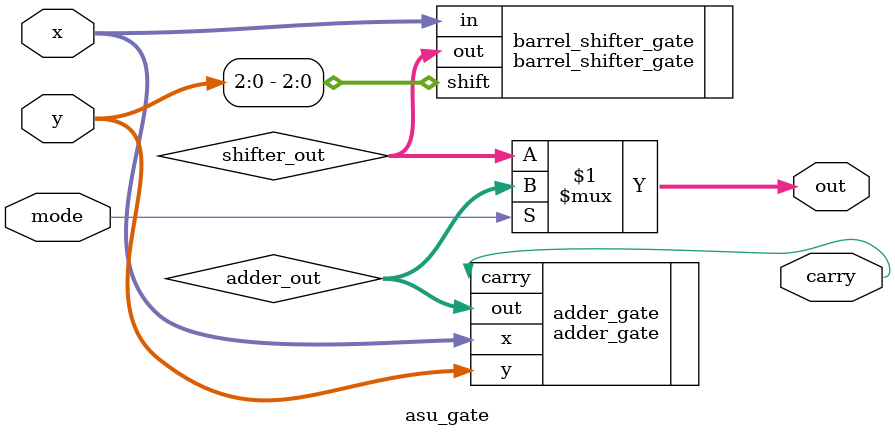
<source format=v>
`timescale 1ns/10ps
module asu_gate (x, y, mode, carry, out);
input [7:0] x, y;
input mode;
output carry;
output [7:0] out;

/*Write your code here*/

wire [7:0] adder_out;
wire [7:0] shifter_out;

adder_gate adder_gate(.x(x), .y(y), .carry(carry), .out(adder_out));

barrel_shifter_gate barrel_shifter_gate(.in(x), .shift(y[2:0]), .out(shifter_out));

assign #2.5 out = mode ? adder_out : shifter_out;

/*End of code*/

endmodule
</source>
